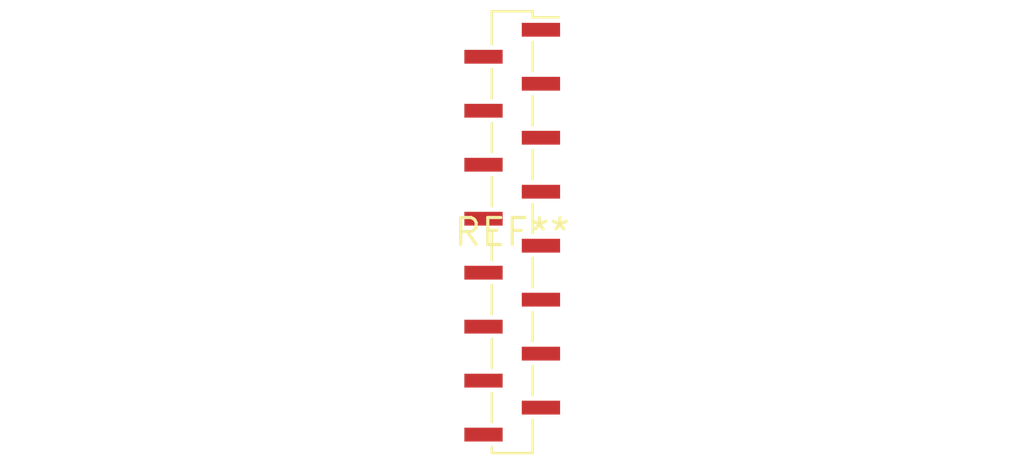
<source format=kicad_pcb>
(kicad_pcb (version 20240108) (generator pcbnew)
  (layers (0 "F.Cu" signal) (31 "B.Cu" signal) (34 "B.Paste" user) (35 "F.Paste" user) (36 "B.SilkS" user "B.Silkscreen") (37 "F.SilkS" user "F.Silkscreen") (38 "B.Mask" user) (39 "F.Mask" user) (44 "Edge.Cuts" user))
  (net 0 "")
  (footprint "PinSocket_1x16_P1.27mm_Vertical_SMD_Pin1Right" (layer "F.Cu") (at 0 0)
    (property "Reference" "REF**")
    (property "Value" "PinSocket_1x16_P1.27mm_Vertical_SMD_Pin1Right")
    (fp_line (start -0.96 -10.395) (end -0.96 -8.84) (layer "F.SilkS") (stroke (width 0.12)))
    (fp_line (start -0.96 -10.395) (end 0.96 -10.395) (layer "F.SilkS") (stroke (width 0.12)))
    (fp_line (start -0.96 -7.67) (end -0.96 -6.3) (layer "F.SilkS") (stroke (width 0.12)))
    (fp_line (start -0.96 -5.13) (end -0.96 -3.76) (layer "F.SilkS") (stroke (width 0.12)))
    (fp_line (start -0.96 -2.59) (end -0.96 -1.22) (layer "F.SilkS") (stroke (width 0.12)))
    (fp_line (start -0.96 -0.05) (end -0.96 1.32) (layer "F.SilkS") (stroke (width 0.12)))
    (fp_line (start -0.96 2.49) (end -0.96 3.86) (layer "F.SilkS") (stroke (width 0.12)))
    (fp_line (start -0.96 5.03) (end -0.96 6.4) (layer "F.SilkS") (stroke (width 0.12)))
    (fp_line (start -0.96 7.57) (end -0.96 8.94) (layer "F.SilkS") (stroke (width 0.12)))
    (fp_line (start -0.96 10.11) (end -0.96 10.395) (layer "F.SilkS") (stroke (width 0.12)))
    (fp_line (start -0.96 10.395) (end 0.96 10.395) (layer "F.SilkS") (stroke (width 0.12)))
    (fp_line (start 0.96 -10.395) (end 0.96 -10.11) (layer "F.SilkS") (stroke (width 0.12)))
    (fp_line (start 0.96 -10.11) (end 2.19 -10.11) (layer "F.SilkS") (stroke (width 0.12)))
    (fp_line (start 0.96 -8.94) (end 0.96 -7.57) (layer "F.SilkS") (stroke (width 0.12)))
    (fp_line (start 0.96 -6.4) (end 0.96 -5.03) (layer "F.SilkS") (stroke (width 0.12)))
    (fp_line (start 0.96 -3.86) (end 0.96 -2.49) (layer "F.SilkS") (stroke (width 0.12)))
    (fp_line (start 0.96 -1.32) (end 0.96 0.05) (layer "F.SilkS") (stroke (width 0.12)))
    (fp_line (start 0.96 1.22) (end 0.96 2.59) (layer "F.SilkS") (stroke (width 0.12)))
    (fp_line (start 0.96 3.76) (end 0.96 5.13) (layer "F.SilkS") (stroke (width 0.12)))
    (fp_line (start 0.96 6.3) (end 0.96 7.67) (layer "F.SilkS") (stroke (width 0.12)))
    (fp_line (start 0.96 8.84) (end 0.96 10.395) (layer "F.SilkS") (stroke (width 0.12)))
    (pad "1" smd rect (at 1.35 -9.525) (size 1.8 0.65) (layers "F.Cu" "F.Paste" "F.Mask"))
    (pad "2" smd rect (at -1.35 -8.255) (size 1.8 0.65) (layers "F.Cu" "F.Paste" "F.Mask"))
    (pad "3" smd rect (at 1.35 -6.985) (size 1.8 0.65) (layers "F.Cu" "F.Paste" "F.Mask"))
    (pad "4" smd rect (at -1.35 -5.715) (size 1.8 0.65) (layers "F.Cu" "F.Paste" "F.Mask"))
    (pad "5" smd rect (at 1.35 -4.445) (size 1.8 0.65) (layers "F.Cu" "F.Paste" "F.Mask"))
    (pad "6" smd rect (at -1.35 -3.175) (size 1.8 0.65) (layers "F.Cu" "F.Paste" "F.Mask"))
    (pad "7" smd rect (at 1.35 -1.905) (size 1.8 0.65) (layers "F.Cu" "F.Paste" "F.Mask"))
    (pad "8" smd rect (at -1.35 -0.635) (size 1.8 0.65) (layers "F.Cu" "F.Paste" "F.Mask"))
    (pad "9" smd rect (at 1.35 0.635) (size 1.8 0.65) (layers "F.Cu" "F.Paste" "F.Mask"))
    (pad "10" smd rect (at -1.35 1.905) (size 1.8 0.65) (layers "F.Cu" "F.Paste" "F.Mask"))
    (pad "11" smd rect (at 1.35 3.175) (size 1.8 0.65) (layers "F.Cu" "F.Paste" "F.Mask"))
    (pad "12" smd rect (at -1.35 4.445) (size 1.8 0.65) (layers "F.Cu" "F.Paste" "F.Mask"))
    (pad "13" smd rect (at 1.35 5.715) (size 1.8 0.65) (layers "F.Cu" "F.Paste" "F.Mask"))
    (pad "14" smd rect (at -1.35 6.985) (size 1.8 0.65) (layers "F.Cu" "F.Paste" "F.Mask"))
    (pad "15" smd rect (at 1.35 8.255) (size 1.8 0.65) (layers "F.Cu" "F.Paste" "F.Mask"))
    (pad "16" smd rect (at -1.35 9.525) (size 1.8 0.65) (layers "F.Cu" "F.Paste" "F.Mask"))
  )
)
</source>
